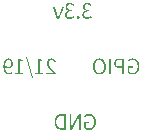
<source format=gbo>
G04 Layer: BottomSilkscreenLayer*
G04 EasyEDA v6.5.22, 2023-02-04 00:38:19*
G04 1b58cd9aca174a3e8f89bbe905d80933,4bb84c5f6c124816bf94f4484d05adb3,10*
G04 Gerber Generator version 0.2*
G04 Scale: 100 percent, Rotated: No, Reflected: No *
G04 Dimensions in millimeters *
G04 leading zeros omitted , absolute positions ,4 integer and 5 decimal *
%FSLAX45Y45*%
%MOMM*%

%ADD10C,0.0001*%

%LPD*%
G36*
X2316226Y7828788D02*
G01*
X2308504Y7828229D01*
X2301443Y7826603D01*
X2295093Y7823962D01*
X2289708Y7820304D01*
X2285238Y7815681D01*
X2281936Y7810144D01*
X2279853Y7803743D01*
X2279142Y7796530D01*
X2279548Y7790688D01*
X2280818Y7785404D01*
X2282850Y7780680D01*
X2285593Y7776464D01*
X2288997Y7772755D01*
X2292959Y7769606D01*
X2297480Y7766913D01*
X2302510Y7764780D01*
X2302510Y7764018D01*
X2296922Y7762290D01*
X2291740Y7759852D01*
X2287066Y7756702D01*
X2282952Y7752791D01*
X2279548Y7748270D01*
X2277008Y7743037D01*
X2275382Y7737195D01*
X2274824Y7730744D01*
X2275179Y7725156D01*
X2276246Y7719974D01*
X2278024Y7715250D01*
X2280361Y7710931D01*
X2283256Y7707071D01*
X2286711Y7703667D01*
X2290622Y7700721D01*
X2294940Y7698333D01*
X2299665Y7696403D01*
X2304745Y7695031D01*
X2310130Y7694218D01*
X2315718Y7693914D01*
X2322880Y7694320D01*
X2329434Y7695387D01*
X2335326Y7697114D01*
X2340660Y7699400D01*
X2345436Y7702042D01*
X2349703Y7705039D01*
X2353513Y7708290D01*
X2356866Y7711694D01*
X2349500Y7721092D01*
X2343200Y7715453D01*
X2339695Y7712913D01*
X2335834Y7710627D01*
X2331669Y7708747D01*
X2327046Y7707325D01*
X2322017Y7706410D01*
X2316480Y7706106D01*
X2310790Y7706563D01*
X2305608Y7707884D01*
X2300935Y7709966D01*
X2296972Y7712913D01*
X2293772Y7716570D01*
X2291334Y7720888D01*
X2289810Y7725918D01*
X2289302Y7731506D01*
X2289810Y7737246D01*
X2291486Y7742428D01*
X2294331Y7747000D01*
X2298547Y7750860D01*
X2304135Y7753959D01*
X2311247Y7756245D01*
X2319985Y7757668D01*
X2330450Y7758175D01*
X2330450Y7769606D01*
X2321052Y7770114D01*
X2313279Y7771587D01*
X2306929Y7773924D01*
X2301951Y7777022D01*
X2298293Y7780832D01*
X2295753Y7785252D01*
X2294331Y7790180D01*
X2293874Y7795514D01*
X2294280Y7800086D01*
X2295448Y7804200D01*
X2297379Y7807858D01*
X2299970Y7810957D01*
X2303272Y7813446D01*
X2307183Y7815325D01*
X2311654Y7816443D01*
X2316734Y7816850D01*
X2324506Y7815884D01*
X2331669Y7813243D01*
X2338273Y7809128D01*
X2344166Y7803896D01*
X2352040Y7813294D01*
X2348331Y7816494D01*
X2344420Y7819440D01*
X2340356Y7822082D01*
X2336038Y7824368D01*
X2331466Y7826248D01*
X2326690Y7827619D01*
X2321610Y7828483D01*
G37*
G36*
X2170430Y7828788D02*
G01*
X2162708Y7828229D01*
X2155698Y7826603D01*
X2149398Y7823962D01*
X2144014Y7820304D01*
X2139645Y7815681D01*
X2136343Y7810144D01*
X2134311Y7803743D01*
X2133600Y7796530D01*
X2134006Y7790688D01*
X2135276Y7785404D01*
X2137308Y7780680D01*
X2140000Y7776464D01*
X2143353Y7772755D01*
X2147316Y7769606D01*
X2151786Y7766913D01*
X2156714Y7764780D01*
X2156714Y7764018D01*
X2151126Y7762290D01*
X2145944Y7759852D01*
X2141270Y7756702D01*
X2137156Y7752791D01*
X2133752Y7748270D01*
X2131212Y7743037D01*
X2129586Y7737195D01*
X2129028Y7730744D01*
X2129383Y7725156D01*
X2130501Y7719974D01*
X2132228Y7715250D01*
X2134616Y7710931D01*
X2137562Y7707071D01*
X2141016Y7703667D01*
X2144928Y7700721D01*
X2149297Y7698333D01*
X2153970Y7696403D01*
X2159050Y7695031D01*
X2164384Y7694218D01*
X2169922Y7693914D01*
X2177186Y7694320D01*
X2183790Y7695387D01*
X2189734Y7697114D01*
X2195118Y7699400D01*
X2199894Y7702042D01*
X2204161Y7705039D01*
X2207971Y7708290D01*
X2211324Y7711694D01*
X2203704Y7721092D01*
X2200757Y7718196D01*
X2197557Y7715453D01*
X2194052Y7712913D01*
X2190292Y7710627D01*
X2186127Y7708747D01*
X2181504Y7707325D01*
X2176475Y7706410D01*
X2170938Y7706106D01*
X2165248Y7706563D01*
X2160066Y7707884D01*
X2155393Y7709966D01*
X2151430Y7712913D01*
X2148230Y7716570D01*
X2145792Y7720888D01*
X2144268Y7725918D01*
X2143760Y7731506D01*
X2144268Y7737246D01*
X2145944Y7742428D01*
X2148789Y7747000D01*
X2153005Y7750860D01*
X2158593Y7753959D01*
X2165705Y7756245D01*
X2174443Y7757668D01*
X2184908Y7758175D01*
X2184908Y7769606D01*
X2175510Y7770114D01*
X2167737Y7771587D01*
X2161387Y7773924D01*
X2156409Y7777022D01*
X2152751Y7780832D01*
X2150211Y7785252D01*
X2148789Y7790180D01*
X2148332Y7795514D01*
X2148738Y7800086D01*
X2149906Y7804200D01*
X2151786Y7807858D01*
X2154377Y7810957D01*
X2157628Y7813446D01*
X2161489Y7815325D01*
X2165959Y7816443D01*
X2170938Y7816850D01*
X2178710Y7815884D01*
X2185974Y7813243D01*
X2192578Y7809128D01*
X2198370Y7803896D01*
X2206498Y7813294D01*
X2202789Y7816494D01*
X2198878Y7819440D01*
X2194814Y7822082D01*
X2190445Y7824368D01*
X2185873Y7826248D01*
X2181047Y7827619D01*
X2175865Y7828483D01*
G37*
G36*
X2030475Y7792212D02*
G01*
X2064766Y7696200D01*
X2081530Y7696200D01*
X2116582Y7792212D01*
X2101596Y7792212D01*
X2082546Y7736331D01*
X2073402Y7708138D01*
X2072639Y7708138D01*
X2063750Y7736331D01*
X2044700Y7792212D01*
G37*
G36*
X2240788Y7717028D02*
G01*
X2236470Y7716215D01*
X2232914Y7713878D01*
X2230475Y7710170D01*
X2229612Y7705344D01*
X2230475Y7700670D01*
X2232914Y7697063D01*
X2236470Y7694726D01*
X2240788Y7693914D01*
X2244953Y7694726D01*
X2248458Y7697063D01*
X2250846Y7700670D01*
X2251710Y7705344D01*
X2250846Y7710170D01*
X2248458Y7713878D01*
X2244953Y7716215D01*
G37*
G36*
X2699004Y7358888D02*
G01*
X2692603Y7358532D01*
X2686761Y7357465D01*
X2681376Y7355840D01*
X2676550Y7353757D01*
X2672181Y7351318D01*
X2668320Y7348626D01*
X2664917Y7345781D01*
X2661920Y7342886D01*
X2670048Y7333234D01*
X2675432Y7338161D01*
X2681833Y7342124D01*
X2689504Y7344714D01*
X2698750Y7345680D01*
X2705252Y7345273D01*
X2711348Y7344003D01*
X2717038Y7341920D01*
X2722168Y7339126D01*
X2726842Y7335520D01*
X2730957Y7331252D01*
X2734513Y7326223D01*
X2737459Y7320584D01*
X2739847Y7314285D01*
X2741523Y7307376D01*
X2742590Y7299858D01*
X2742946Y7291831D01*
X2742590Y7283653D01*
X2741625Y7276033D01*
X2739999Y7269022D01*
X2737764Y7262571D01*
X2734868Y7256830D01*
X2731414Y7251750D01*
X2727350Y7247331D01*
X2722727Y7243673D01*
X2717546Y7240778D01*
X2711805Y7238695D01*
X2705557Y7237425D01*
X2698750Y7236968D01*
X2691485Y7237526D01*
X2684729Y7239152D01*
X2678836Y7241692D01*
X2674112Y7245096D01*
X2674112Y7280656D01*
X2702306Y7280656D01*
X2702306Y7292848D01*
X2660396Y7292848D01*
X2660396Y7239000D01*
X2663799Y7235799D01*
X2667711Y7232903D01*
X2672080Y7230364D01*
X2676906Y7228179D01*
X2682189Y7226401D01*
X2687828Y7225080D01*
X2693873Y7224268D01*
X2700274Y7224014D01*
X2706471Y7224318D01*
X2712466Y7225182D01*
X2718155Y7226604D01*
X2723591Y7228586D01*
X2728671Y7231125D01*
X2733446Y7234174D01*
X2737866Y7237780D01*
X2741879Y7241844D01*
X2745536Y7246416D01*
X2748788Y7251496D01*
X2751582Y7257034D01*
X2753868Y7263028D01*
X2755747Y7269480D01*
X2757068Y7276338D01*
X2757932Y7283602D01*
X2758186Y7291324D01*
X2757881Y7298994D01*
X2757068Y7306259D01*
X2755646Y7313117D01*
X2753766Y7319568D01*
X2751378Y7325563D01*
X2748483Y7331100D01*
X2745181Y7336231D01*
X2741472Y7340803D01*
X2737307Y7344968D01*
X2732786Y7348575D01*
X2727909Y7351674D01*
X2722727Y7354214D01*
X2717190Y7356246D01*
X2711399Y7357719D01*
X2705303Y7358583D01*
G37*
G36*
X2419350Y7358888D02*
G01*
X2413355Y7358583D01*
X2407666Y7357719D01*
X2402179Y7356246D01*
X2396998Y7354214D01*
X2392172Y7351674D01*
X2387600Y7348575D01*
X2383434Y7344968D01*
X2379573Y7340904D01*
X2376170Y7336281D01*
X2373122Y7331252D01*
X2370480Y7325715D01*
X2368296Y7319772D01*
X2366518Y7313371D01*
X2365248Y7306614D01*
X2364486Y7299401D01*
X2364232Y7291831D01*
X2379218Y7291831D01*
X2379522Y7299858D01*
X2380488Y7307376D01*
X2382062Y7314285D01*
X2384196Y7320584D01*
X2386888Y7326223D01*
X2390140Y7331252D01*
X2393899Y7335520D01*
X2398115Y7339126D01*
X2402789Y7341920D01*
X2407920Y7344003D01*
X2413457Y7345273D01*
X2419350Y7345680D01*
X2425141Y7345273D01*
X2430576Y7344003D01*
X2435606Y7341920D01*
X2440228Y7339126D01*
X2444394Y7335520D01*
X2448102Y7331252D01*
X2451303Y7326223D01*
X2453995Y7320584D01*
X2456129Y7314285D01*
X2457704Y7307376D01*
X2458669Y7299858D01*
X2458974Y7291831D01*
X2458669Y7283754D01*
X2457704Y7276236D01*
X2456129Y7269225D01*
X2453995Y7262825D01*
X2451303Y7257034D01*
X2448102Y7251903D01*
X2444394Y7247483D01*
X2440228Y7243775D01*
X2435606Y7240879D01*
X2430576Y7238746D01*
X2425141Y7237425D01*
X2419350Y7236968D01*
X2413457Y7237425D01*
X2407920Y7238746D01*
X2402789Y7240879D01*
X2398115Y7243775D01*
X2393899Y7247483D01*
X2390140Y7251903D01*
X2386888Y7257034D01*
X2384196Y7262825D01*
X2382062Y7269225D01*
X2380488Y7276236D01*
X2379522Y7283754D01*
X2379218Y7291831D01*
X2364232Y7291831D01*
X2364486Y7284262D01*
X2365248Y7277049D01*
X2366518Y7270191D01*
X2368296Y7263790D01*
X2370480Y7257745D01*
X2373122Y7252157D01*
X2376170Y7247077D01*
X2379624Y7242403D01*
X2383434Y7238238D01*
X2387600Y7234580D01*
X2392172Y7231380D01*
X2396998Y7228789D01*
X2402179Y7226706D01*
X2407666Y7225233D01*
X2413355Y7224318D01*
X2419350Y7224014D01*
X2425242Y7224318D01*
X2430881Y7225233D01*
X2436317Y7226706D01*
X2441448Y7228789D01*
X2446274Y7231380D01*
X2450795Y7234580D01*
X2454960Y7238238D01*
X2458770Y7242403D01*
X2462225Y7247077D01*
X2465273Y7252157D01*
X2467914Y7257745D01*
X2470150Y7263790D01*
X2471877Y7270191D01*
X2473147Y7277049D01*
X2473960Y7284262D01*
X2474214Y7291831D01*
X2473960Y7299401D01*
X2473147Y7306614D01*
X2471877Y7313371D01*
X2470150Y7319772D01*
X2467914Y7325715D01*
X2465273Y7331252D01*
X2462225Y7336281D01*
X2458770Y7340904D01*
X2454960Y7344968D01*
X2450795Y7348575D01*
X2446274Y7351674D01*
X2441448Y7354214D01*
X2436317Y7356246D01*
X2430881Y7357719D01*
X2425242Y7358583D01*
G37*
G36*
X2592832Y7356348D02*
G01*
X2585669Y7356144D01*
X2579014Y7355484D01*
X2572816Y7354417D01*
X2567178Y7352792D01*
X2562047Y7350709D01*
X2557526Y7348016D01*
X2553614Y7344765D01*
X2550363Y7340904D01*
X2547772Y7336434D01*
X2545842Y7331252D01*
X2544724Y7325359D01*
X2544318Y7318756D01*
X2559050Y7318756D01*
X2559608Y7325461D01*
X2561285Y7331049D01*
X2564079Y7335570D01*
X2567990Y7339025D01*
X2573020Y7341616D01*
X2579217Y7343343D01*
X2586482Y7344359D01*
X2594864Y7344664D01*
X2614168Y7344664D01*
X2614168Y7291070D01*
X2594102Y7291070D01*
X2585821Y7291476D01*
X2578658Y7292695D01*
X2572613Y7294727D01*
X2567736Y7297674D01*
X2563926Y7301534D01*
X2561183Y7306309D01*
X2559608Y7311999D01*
X2559050Y7318756D01*
X2544318Y7318756D01*
X2544724Y7312304D01*
X2545842Y7306462D01*
X2547721Y7301179D01*
X2550312Y7296454D01*
X2553563Y7292289D01*
X2557424Y7288733D01*
X2561894Y7285685D01*
X2566924Y7283246D01*
X2572512Y7281316D01*
X2578557Y7279944D01*
X2585110Y7279131D01*
X2592070Y7278878D01*
X2614168Y7278878D01*
X2614168Y7226300D01*
X2628900Y7226300D01*
X2628900Y7356348D01*
G37*
G36*
X2502916Y7356348D02*
G01*
X2502916Y7226300D01*
X2517648Y7226300D01*
X2517648Y7356348D01*
G37*
G36*
X1794510Y7367016D02*
G01*
X1849628Y7194550D01*
X1860296Y7194550D01*
X1805178Y7367016D01*
G37*
G36*
X2012442Y7358888D02*
G01*
X2006854Y7358583D01*
X2001672Y7357668D01*
X1996846Y7356195D01*
X1992477Y7354163D01*
X1988566Y7351572D01*
X1985111Y7348524D01*
X1982114Y7344968D01*
X1979625Y7340955D01*
X1977694Y7336485D01*
X1976272Y7331659D01*
X1975408Y7326375D01*
X1975104Y7320788D01*
X1975357Y7315809D01*
X1976069Y7310831D01*
X1977186Y7305852D01*
X1978812Y7300823D01*
X1980844Y7295794D01*
X1983282Y7290714D01*
X1986127Y7285634D01*
X1989378Y7280503D01*
X1996897Y7270089D01*
X2005838Y7259523D01*
X2016048Y7248753D01*
X2027428Y7237730D01*
X2016658Y7238542D01*
X2006092Y7238746D01*
X1968754Y7238746D01*
X1968754Y7226300D01*
X2049525Y7226300D01*
X2049525Y7234936D01*
X2034997Y7248093D01*
X2028494Y7254341D01*
X2017115Y7266279D01*
X2012188Y7271918D01*
X2007717Y7277455D01*
X2003806Y7282738D01*
X2000351Y7287920D01*
X1997405Y7292898D01*
X1994916Y7297775D01*
X1992884Y7302500D01*
X1991309Y7307122D01*
X1990191Y7311593D01*
X1989531Y7316012D01*
X1989328Y7320280D01*
X1989683Y7325817D01*
X1990801Y7330897D01*
X1992680Y7335418D01*
X1995373Y7339330D01*
X1998827Y7342530D01*
X2003043Y7344918D01*
X2008073Y7346442D01*
X2013966Y7346950D01*
X2021839Y7345781D01*
X2029155Y7342530D01*
X2035759Y7337602D01*
X2041652Y7331456D01*
X2050288Y7339838D01*
X2046325Y7343851D01*
X2042261Y7347508D01*
X2038045Y7350759D01*
X2033574Y7353553D01*
X2028799Y7355789D01*
X2023770Y7357465D01*
X2018284Y7358532D01*
G37*
G36*
X1650238Y7358888D02*
G01*
X1645615Y7358634D01*
X1641144Y7357922D01*
X1636928Y7356703D01*
X1632864Y7354976D01*
X1629105Y7352792D01*
X1625549Y7350150D01*
X1622247Y7347000D01*
X1619199Y7343394D01*
X1616506Y7339279D01*
X1614068Y7334707D01*
X1611985Y7329678D01*
X1610258Y7324191D01*
X1608886Y7318197D01*
X1607870Y7311745D01*
X1607261Y7304786D01*
X1621028Y7304786D01*
X1621993Y7314438D01*
X1623771Y7322921D01*
X1626311Y7330236D01*
X1629613Y7336332D01*
X1633677Y7341108D01*
X1638503Y7344613D01*
X1643989Y7346746D01*
X1650238Y7347458D01*
X1654962Y7346899D01*
X1659280Y7345222D01*
X1663141Y7342530D01*
X1666544Y7338923D01*
X1669288Y7334503D01*
X1671370Y7329220D01*
X1672640Y7323277D01*
X1673098Y7316724D01*
X1672742Y7310323D01*
X1671624Y7304531D01*
X1669745Y7299452D01*
X1667103Y7295083D01*
X1663750Y7291527D01*
X1659585Y7288936D01*
X1654657Y7287310D01*
X1648968Y7286752D01*
X1641957Y7287768D01*
X1634794Y7291019D01*
X1627733Y7296607D01*
X1621028Y7304786D01*
X1607261Y7304786D01*
X1607058Y7297420D01*
X1607312Y7287818D01*
X1608074Y7278928D01*
X1609293Y7270851D01*
X1610969Y7263434D01*
X1613052Y7256780D01*
X1615490Y7250734D01*
X1618284Y7245400D01*
X1621383Y7240727D01*
X1624787Y7236663D01*
X1628394Y7233158D01*
X1632254Y7230313D01*
X1636318Y7227976D01*
X1640535Y7226198D01*
X1644853Y7224979D01*
X1649272Y7224268D01*
X1653793Y7224014D01*
X1663344Y7224979D01*
X1671523Y7227722D01*
X1678432Y7231837D01*
X1684274Y7236968D01*
X1676146Y7246112D01*
X1671675Y7241895D01*
X1666341Y7238796D01*
X1660398Y7236866D01*
X1654048Y7236206D01*
X1649831Y7236510D01*
X1645767Y7237475D01*
X1641856Y7239101D01*
X1638147Y7241438D01*
X1634693Y7244588D01*
X1631492Y7248550D01*
X1628648Y7253376D01*
X1626158Y7259167D01*
X1624126Y7265873D01*
X1622501Y7273645D01*
X1621383Y7282434D01*
X1620774Y7292340D01*
X1627378Y7285583D01*
X1634794Y7280351D01*
X1642821Y7276998D01*
X1651254Y7275830D01*
X1656537Y7276134D01*
X1661464Y7276998D01*
X1666036Y7278471D01*
X1670202Y7280503D01*
X1673910Y7283094D01*
X1677212Y7286294D01*
X1680057Y7290003D01*
X1682445Y7294270D01*
X1684324Y7299096D01*
X1685696Y7304430D01*
X1686509Y7310323D01*
X1686814Y7316724D01*
X1686458Y7322769D01*
X1685493Y7328509D01*
X1683867Y7333792D01*
X1681734Y7338720D01*
X1679092Y7343190D01*
X1675942Y7347153D01*
X1672437Y7350607D01*
X1668525Y7353503D01*
X1664309Y7355789D01*
X1659839Y7357516D01*
X1655114Y7358532D01*
G37*
G36*
X1900428Y7356348D02*
G01*
X1900428Y7238492D01*
X1874012Y7238492D01*
X1874012Y7226300D01*
X1943862Y7226300D01*
X1943862Y7238492D01*
X1914906Y7238492D01*
X1914906Y7338059D01*
X1937766Y7338059D01*
X1937766Y7347458D01*
X1929892Y7349134D01*
X1922932Y7351115D01*
X1916785Y7353553D01*
X1911350Y7356348D01*
G37*
G36*
X1733042Y7356348D02*
G01*
X1733042Y7238492D01*
X1706625Y7238492D01*
X1706625Y7226300D01*
X1776730Y7226300D01*
X1776730Y7238492D01*
X1747520Y7238492D01*
X1747520Y7338059D01*
X1770380Y7338059D01*
X1770380Y7347458D01*
X1762506Y7349134D01*
X1755597Y7351115D01*
X1749501Y7353553D01*
X1744218Y7356348D01*
G37*
G36*
X2330704Y6888988D02*
G01*
X2324303Y6888632D01*
X2318461Y6887565D01*
X2313076Y6885940D01*
X2308250Y6883857D01*
X2303881Y6881418D01*
X2300020Y6878726D01*
X2296617Y6875881D01*
X2293620Y6872986D01*
X2301748Y6863334D01*
X2307132Y6868261D01*
X2313533Y6872224D01*
X2321204Y6874814D01*
X2330450Y6875780D01*
X2336952Y6875373D01*
X2343048Y6874103D01*
X2348738Y6872020D01*
X2353868Y6869226D01*
X2358542Y6865620D01*
X2362657Y6861352D01*
X2366213Y6856323D01*
X2369159Y6850684D01*
X2371547Y6844385D01*
X2373223Y6837476D01*
X2374290Y6829958D01*
X2374646Y6821931D01*
X2374290Y6813753D01*
X2373325Y6806133D01*
X2371699Y6799122D01*
X2369464Y6792671D01*
X2366568Y6786930D01*
X2363114Y6781850D01*
X2359050Y6777431D01*
X2354427Y6773773D01*
X2349246Y6770878D01*
X2343505Y6768795D01*
X2337257Y6767525D01*
X2330450Y6767068D01*
X2323185Y6767626D01*
X2316429Y6769252D01*
X2310536Y6771792D01*
X2305812Y6775196D01*
X2305812Y6810756D01*
X2334006Y6810756D01*
X2334006Y6822948D01*
X2292096Y6822948D01*
X2292096Y6769100D01*
X2295499Y6765899D01*
X2299411Y6763003D01*
X2303780Y6760464D01*
X2308606Y6758279D01*
X2313889Y6756501D01*
X2319528Y6755180D01*
X2325573Y6754368D01*
X2331974Y6754114D01*
X2338171Y6754418D01*
X2344166Y6755282D01*
X2349855Y6756704D01*
X2355291Y6758686D01*
X2360371Y6761225D01*
X2365146Y6764274D01*
X2369566Y6767880D01*
X2373579Y6771944D01*
X2377236Y6776516D01*
X2380488Y6781596D01*
X2383282Y6787134D01*
X2385568Y6793128D01*
X2387447Y6799580D01*
X2388768Y6806438D01*
X2389632Y6813702D01*
X2389886Y6821424D01*
X2389581Y6829094D01*
X2388768Y6836359D01*
X2387346Y6843217D01*
X2385466Y6849668D01*
X2383078Y6855663D01*
X2380183Y6861200D01*
X2376881Y6866331D01*
X2373172Y6870903D01*
X2369007Y6875068D01*
X2364486Y6878675D01*
X2359609Y6881774D01*
X2354427Y6884314D01*
X2348890Y6886346D01*
X2343099Y6887819D01*
X2337003Y6888683D01*
G37*
G36*
X2169160Y6886448D02*
G01*
X2169160Y6756400D01*
X2184400Y6756400D01*
X2233422Y6840728D01*
X2247646Y6867398D01*
X2248408Y6867398D01*
X2246985Y6842810D01*
X2246680Y6832803D01*
X2246630Y6756400D01*
X2260600Y6756400D01*
X2260600Y6886448D01*
X2245360Y6886448D01*
X2196084Y6802374D01*
X2182114Y6775703D01*
X2181352Y6775703D01*
X2182977Y6806031D01*
X2183130Y6816090D01*
X2183130Y6886448D01*
G37*
G36*
X2100834Y6886448D02*
G01*
X2093569Y6886194D01*
X2086762Y6885330D01*
X2080412Y6884009D01*
X2074519Y6882130D01*
X2069084Y6879742D01*
X2064105Y6876796D01*
X2059584Y6873392D01*
X2055520Y6869531D01*
X2051913Y6865162D01*
X2048814Y6860336D01*
X2046173Y6855002D01*
X2043988Y6849262D01*
X2042312Y6843064D01*
X2041093Y6836460D01*
X2040382Y6829399D01*
X2040128Y6821931D01*
X2055114Y6821931D01*
X2055317Y6828028D01*
X2055825Y6833768D01*
X2056739Y6839153D01*
X2058009Y6844182D01*
X2059686Y6848856D01*
X2061667Y6853174D01*
X2064054Y6857136D01*
X2066798Y6860692D01*
X2069896Y6863892D01*
X2073402Y6866636D01*
X2077262Y6869023D01*
X2081479Y6870953D01*
X2086051Y6872528D01*
X2091029Y6873595D01*
X2096363Y6874306D01*
X2102104Y6874509D01*
X2118106Y6874509D01*
X2118106Y6768592D01*
X2102104Y6768592D01*
X2096363Y6768846D01*
X2091029Y6769506D01*
X2086051Y6770674D01*
X2081479Y6772249D01*
X2077262Y6774281D01*
X2073402Y6776720D01*
X2069896Y6779564D01*
X2066798Y6782765D01*
X2064054Y6786422D01*
X2061667Y6790436D01*
X2059686Y6794804D01*
X2058009Y6799580D01*
X2056739Y6804659D01*
X2055825Y6810095D01*
X2055317Y6815836D01*
X2055114Y6821931D01*
X2040128Y6821931D01*
X2040382Y6814464D01*
X2041093Y6807352D01*
X2042312Y6800697D01*
X2043988Y6794449D01*
X2046173Y6788607D01*
X2048814Y6783222D01*
X2051913Y6778294D01*
X2055469Y6773824D01*
X2059482Y6769862D01*
X2063953Y6766356D01*
X2068931Y6763359D01*
X2074316Y6760870D01*
X2080158Y6758940D01*
X2086457Y6757517D01*
X2093163Y6756704D01*
X2100326Y6756400D01*
X2132838Y6756400D01*
X2132838Y6886448D01*
G37*
M02*

</source>
